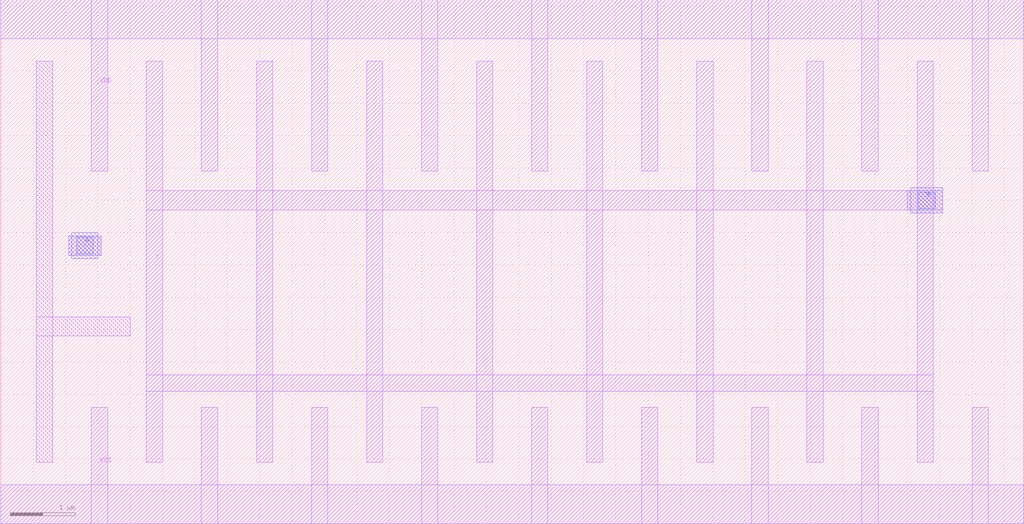
<source format=lef>
# Copyright 2022 Google LLC
# Licensed under the Apache License, Version 2.0 (the "License");
# you may not use this file except in compliance with the License.
# You may obtain a copy of the License at
#
#      http://www.apache.org/licenses/LICENSE-2.0
#
# Unless required by applicable law or agreed to in writing, software
# distributed under the License is distributed on an "AS IS" BASIS,
# WITHOUT WARRANTIES OR CONDITIONS OF ANY KIND, either express or implied.
# See the License for the specific language governing permissions and
# limitations under the License.
VERSION 5.7 ;
BUSBITCHARS "[]" ;
DIVIDERCHAR "/" ;

MACRO gf180mcu_osu_sc_gp12t3v3__clkbuf_16
  CLASS CORE ;
  ORIGIN 0 0 ;
  FOREIGN gf180mcu_osu_sc_gp12t3v3__clkbuf_16 0 0 ;
  SIZE 15.8 BY 8.1 ;
  SYMMETRY X Y ;
  SITE GF180_3p3_12t ;
  PIN VDD
    DIRECTION INOUT ;
    USE POWER ;
    SHAPE ABUTMENT ;
    PORT
      LAYER MET1 ;
        RECT 0 7.5 15.8 8.1 ;
        RECT 15 5.45 15.25 8.1 ;
        RECT 13.3 5.45 13.55 8.1 ;
        RECT 11.6 5.45 11.85 8.1 ;
        RECT 9.9 5.45 10.15 8.1 ;
        RECT 8.2 5.45 8.45 8.1 ;
        RECT 6.5 5.45 6.75 8.1 ;
        RECT 4.8 5.45 5.05 8.1 ;
        RECT 3.1 5.45 3.35 8.1 ;
        RECT 1.4 5.45 1.65 8.1 ;
    END
  END VDD
  PIN VSS
    DIRECTION INOUT ;
    USE GROUND ;
    PORT
      LAYER MET1 ;
        RECT 0 0 15.8 0.6 ;
        RECT 15 0 15.25 1.8 ;
        RECT 13.3 0 13.55 1.8 ;
        RECT 11.6 0 11.85 1.8 ;
        RECT 9.9 0 10.15 1.8 ;
        RECT 8.2 0 8.45 1.8 ;
        RECT 6.5 0 6.75 1.8 ;
        RECT 4.8 0 5.05 1.8 ;
        RECT 3.1 0 3.35 1.8 ;
        RECT 1.4 0 1.65 1.8 ;
    END
  END VSS
  PIN A
    DIRECTION INPUT ;
    USE SIGNAL ;
    PORT
      LAYER MET1 ;
        RECT 1.05 4.15 1.55 4.45 ;
      LAYER MET2 ;
        RECT 1.05 4.15 1.55 4.45 ;
        RECT 1.1 4.1 1.5 4.5 ;
      LAYER VIA12 ;
        RECT 1.17 4.17 1.43 4.43 ;
    END
  END A
  PIN Y
    DIRECTION OUTPUT ;
    USE SIGNAL ;
    PORT
      LAYER MET1 ;
        RECT 2.25 4.85 14.55 5.15 ;
        RECT 14.15 0.95 14.4 7.15 ;
        RECT 2.25 2.05 14.4 2.3 ;
        RECT 12.45 0.95 12.7 7.15 ;
        RECT 10.75 0.95 11 7.15 ;
        RECT 9.05 0.95 9.3 7.15 ;
        RECT 7.35 0.95 7.6 7.15 ;
        RECT 5.65 0.95 5.9 7.15 ;
        RECT 3.95 0.95 4.2 7.15 ;
        RECT 2.25 0.95 2.5 7.15 ;
      LAYER MET2 ;
        RECT 14.05 4.8 14.55 5.2 ;
        RECT 14 4.85 14.55 5.15 ;
      LAYER VIA12 ;
        RECT 14.17 4.87 14.43 5.13 ;
    END
  END Y
  OBS
    LAYER MET1 ;
      RECT 0.55 0.95 0.8 7.15 ;
      RECT 0.55 2.9 2 3.2 ;
  END
END gf180mcu_osu_sc_gp12t3v3__clkbuf_16

</source>
